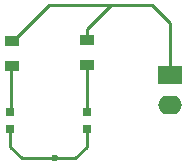
<source format=gtl>
G04*
G04 #@! TF.GenerationSoftware,Altium Limited,Altium Designer,24.0.1 (36)*
G04*
G04 Layer_Physical_Order=1*
G04 Layer_Color=255*
%FSLAX44Y44*%
%MOMM*%
G71*
G04*
G04 #@! TF.SameCoordinates,DD3A43BD-7995-492C-8043-5AFFBE794F34*
G04*
G04*
G04 #@! TF.FilePolarity,Positive*
G04*
G01*
G75*
%ADD11C,0.2540*%
%ADD13R,0.7000X0.7000*%
%ADD14R,1.2000X0.9000*%
%ADD19O,2.0000X1.6000*%
%ADD20R,2.0000X1.6000*%
%ADD21C,0.6000*%
D11*
X90000Y55000D02*
Y70000D01*
X80000Y45000D02*
X90000Y55000D01*
X62500Y45000D02*
X80000D01*
X90000Y84000D02*
Y124000D01*
X27500Y144500D02*
X58000Y175000D01*
X26000Y144500D02*
X27500D01*
X145000Y175000D02*
X160000Y160000D01*
X58000Y175000D02*
X110000D01*
X90000Y155000D02*
X110000Y175000D01*
X145000D01*
X25000Y84000D02*
X25500Y84500D01*
Y123000D01*
X26000Y123500D01*
X35000Y45000D02*
X62500D01*
X25000Y55000D02*
Y70000D01*
Y55000D02*
X35000Y45000D01*
X90000Y145000D02*
Y155000D01*
X160000Y115400D02*
Y160000D01*
D13*
X90000Y84000D02*
D03*
Y70000D02*
D03*
X25000D02*
D03*
Y84000D02*
D03*
D14*
X90000Y124000D02*
D03*
Y145000D02*
D03*
X26000Y123500D02*
D03*
Y144500D02*
D03*
D19*
X160000Y90000D02*
D03*
D20*
Y115400D02*
D03*
D21*
X62500Y45000D02*
D03*
M02*

</source>
